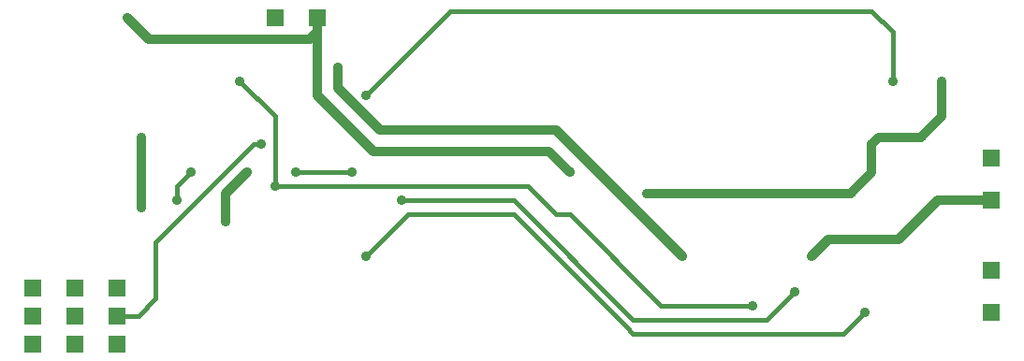
<source format=gbl>
G04 (created by PCBNEW (2013-may-18)-stable) date Sat 11 Jan 2014 02:32:35 PM CET*
%MOIN*%
G04 Gerber Fmt 3.4, Leading zero omitted, Abs format*
%FSLAX34Y34*%
G01*
G70*
G90*
G04 APERTURE LIST*
%ADD10C,0.00590551*%
%ADD11R,0.06X0.06*%
%ADD12C,0.035*%
%ADD13C,0.032*%
%ADD14C,0.016*%
G04 APERTURE END LIST*
G54D10*
G54D11*
X12875Y-45125D03*
X11375Y-46125D03*
X45500Y-44500D03*
X21500Y-35500D03*
X14375Y-47125D03*
X20000Y-35500D03*
X12875Y-46125D03*
X11375Y-45125D03*
X12875Y-47125D03*
X14375Y-45125D03*
X11375Y-47125D03*
X14375Y-46125D03*
X45500Y-46000D03*
X45500Y-40500D03*
X45500Y-42000D03*
G54D12*
X30500Y-41000D03*
X33250Y-41750D03*
X43750Y-37750D03*
X14750Y-35500D03*
X37000Y-45750D03*
X20000Y-41500D03*
X18750Y-37750D03*
X23250Y-38250D03*
X42000Y-37750D03*
X20750Y-41000D03*
X22750Y-41000D03*
X39100Y-44000D03*
X19500Y-40000D03*
X15250Y-39750D03*
X15250Y-42250D03*
X22250Y-37250D03*
X34500Y-44000D03*
X18250Y-42750D03*
X19000Y-41000D03*
X24500Y-42000D03*
X38500Y-45250D03*
X23250Y-44000D03*
X41000Y-46000D03*
X16500Y-42000D03*
X17000Y-41000D03*
G54D13*
X29750Y-40250D02*
X30500Y-41000D01*
X28750Y-40250D02*
X29750Y-40250D01*
X23500Y-40250D02*
X28750Y-40250D01*
X21500Y-38250D02*
X23500Y-40250D01*
X21500Y-35500D02*
X21500Y-38250D01*
X41250Y-40250D02*
X41250Y-40000D01*
X41250Y-40000D02*
X41500Y-39750D01*
X41500Y-39750D02*
X41750Y-39750D01*
X40500Y-41750D02*
X33250Y-41750D01*
X41250Y-41000D02*
X40500Y-41750D01*
X41250Y-40250D02*
X41250Y-41000D01*
X43000Y-39750D02*
X41750Y-39750D01*
X43750Y-39000D02*
X43000Y-39750D01*
X43750Y-37750D02*
X43750Y-39000D01*
X21500Y-35500D02*
X21500Y-36000D01*
X15500Y-36250D02*
X14750Y-35500D01*
X21250Y-36250D02*
X15500Y-36250D01*
X21500Y-36000D02*
X21250Y-36250D01*
G54D14*
X37000Y-45750D02*
X33750Y-45750D01*
X33750Y-45750D02*
X30500Y-42500D01*
X30500Y-42500D02*
X30000Y-42500D01*
X30000Y-42500D02*
X29000Y-41500D01*
X29000Y-41500D02*
X20000Y-41500D01*
X20000Y-39000D02*
X20000Y-41500D01*
X18750Y-37750D02*
X20000Y-39000D01*
X23250Y-38250D02*
X26250Y-35250D01*
X41250Y-35250D02*
X26250Y-35250D01*
X42000Y-36000D02*
X41250Y-35250D01*
X42000Y-36250D02*
X42000Y-36000D01*
X42000Y-37750D02*
X42000Y-36250D01*
X20750Y-41000D02*
X21000Y-41000D01*
X22750Y-41000D02*
X21000Y-41000D01*
X21000Y-41000D02*
X20750Y-41000D01*
G54D13*
X45500Y-42000D02*
X43600Y-42000D01*
X39700Y-43400D02*
X39100Y-44000D01*
X42200Y-43400D02*
X39700Y-43400D01*
X43600Y-42000D02*
X42200Y-43400D01*
G54D14*
X15750Y-43750D02*
X15750Y-43500D01*
X15750Y-43750D02*
X15750Y-45500D01*
X15750Y-45500D02*
X15125Y-46125D01*
X14375Y-46125D02*
X15125Y-46125D01*
X19250Y-40000D02*
X19500Y-40000D01*
X15750Y-43500D02*
X19250Y-40000D01*
G54D13*
X15250Y-42250D02*
X15250Y-39750D01*
X30000Y-39500D02*
X34500Y-44000D01*
X23750Y-39500D02*
X30000Y-39500D01*
X22250Y-38000D02*
X23750Y-39500D01*
X22250Y-37250D02*
X22250Y-38000D01*
X18250Y-41750D02*
X18250Y-42750D01*
X19000Y-41000D02*
X18250Y-41750D01*
G54D14*
X38500Y-45250D02*
X37500Y-46250D01*
X37500Y-46250D02*
X32750Y-46250D01*
X32750Y-46250D02*
X28500Y-42000D01*
X28500Y-42000D02*
X24500Y-42000D01*
X40500Y-46500D02*
X40250Y-46750D01*
X23250Y-44000D02*
X24750Y-42500D01*
X24750Y-42500D02*
X28500Y-42500D01*
X28500Y-42500D02*
X32500Y-46500D01*
X40500Y-46500D02*
X41000Y-46000D01*
X32750Y-46750D02*
X32500Y-46500D01*
X40250Y-46750D02*
X32750Y-46750D01*
X16500Y-41500D02*
X16500Y-42000D01*
X17000Y-41000D02*
X16500Y-41500D01*
M02*

</source>
